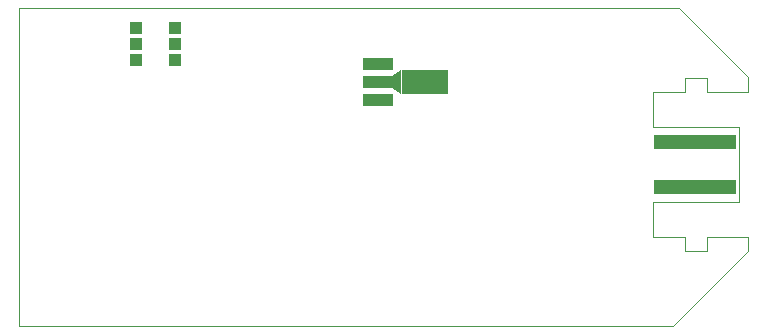
<source format=gtp>
%TF.GenerationSoftware,KiCad,Pcbnew,5.0.1*%
%TF.CreationDate,2019-02-24T22:19:24+01:00*%
%TF.ProjectId,bobbycar,626F6262796361722E6B696361645F70,rev?*%
%TF.SameCoordinates,Original*%
%TF.FileFunction,Paste,Top*%
%TF.FilePolarity,Positive*%
%FSLAX46Y46*%
G04 Gerber Fmt 4.6, Leading zero omitted, Abs format (unit mm)*
G04 Created by KiCad (PCBNEW 5.0.1) date So 24 Feb 2019 22:19:24 CET*
%MOMM*%
%LPD*%
G01*
G04 APERTURE LIST*
%ADD10C,0.100000*%
%ADD11R,2.500000X1.000000*%
%ADD12R,4.000000X2.000000*%
%ADD13C,0.750000*%
%ADD14R,1.000000X1.000000*%
%ADD15R,7.000000X1.270000*%
G04 APERTURE END LIST*
D10*
X162306000Y-91440000D02*
X162306000Y-92659200D01*
X158877000Y-92659200D02*
X162306000Y-92659200D01*
X158877000Y-91516200D02*
X158877000Y-92659200D01*
X156972000Y-91516200D02*
X158877000Y-91516200D01*
X156972000Y-92659200D02*
X156972000Y-91516200D01*
X154279600Y-92659200D02*
X156972000Y-92659200D01*
X154279600Y-95605600D02*
X154279600Y-92659200D01*
X161544000Y-95605600D02*
X154279600Y-95605600D01*
X161544000Y-102006400D02*
X161544000Y-95605600D01*
X154279600Y-102006400D02*
X161544000Y-102006400D01*
X154279600Y-104952800D02*
X154279600Y-102006400D01*
X156972000Y-104952800D02*
X154279600Y-104952800D01*
X156972000Y-106095800D02*
X156972000Y-104952800D01*
X158877000Y-106095800D02*
X156972000Y-106095800D01*
X158877000Y-104952800D02*
X158877000Y-106095800D01*
X162306000Y-104952800D02*
X158877000Y-104952800D01*
X162306000Y-106172000D02*
X162306000Y-104952800D01*
X162306000Y-91440000D02*
X156464000Y-85598000D01*
X162306000Y-106172000D02*
X155956000Y-112522000D01*
X100584000Y-85598000D02*
X100584000Y-112522000D01*
X155956000Y-112522000D02*
X100584000Y-112522000D01*
X156464000Y-85598000D02*
X100584000Y-85598000D01*
D11*
X130978000Y-90321000D03*
X130978000Y-91821000D03*
X130978000Y-93321000D03*
D12*
X134938000Y-91821000D03*
D13*
X132588000Y-91821000D03*
D10*
G36*
X132963000Y-92821000D02*
X132213000Y-92321000D01*
X132213000Y-91321000D01*
X132963000Y-90821000D01*
X132963000Y-92821000D01*
X132963000Y-92821000D01*
G37*
D14*
X110490000Y-88646000D03*
X110490000Y-87296000D03*
X110490000Y-89996000D03*
X113792000Y-89996000D03*
X113792000Y-87296000D03*
X113792000Y-88646000D03*
D15*
X157792800Y-96906000D03*
X157792800Y-100706000D03*
M02*

</source>
